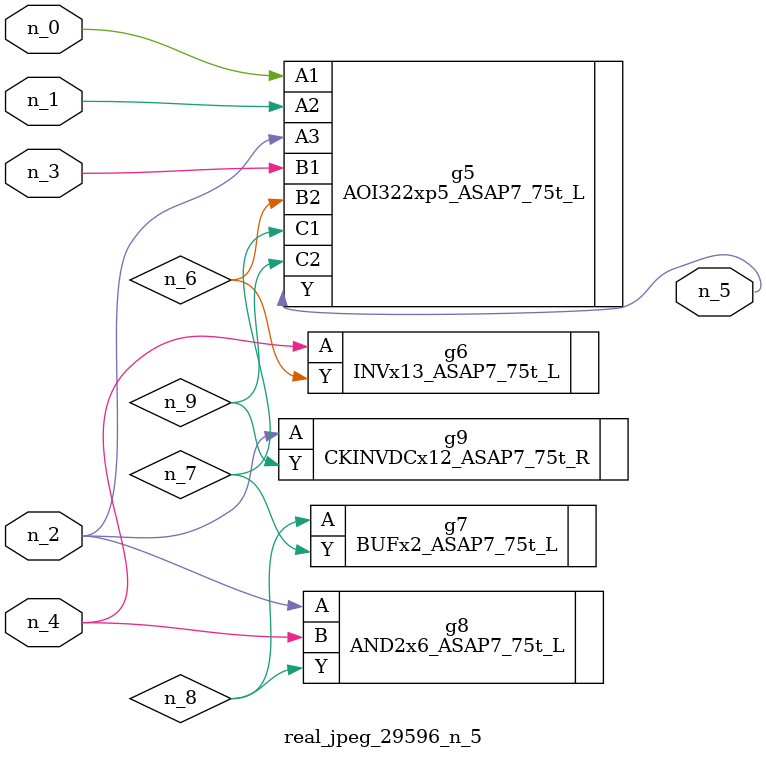
<source format=v>
module real_jpeg_29596_n_5 (n_4, n_0, n_1, n_2, n_3, n_5);

input n_4;
input n_0;
input n_1;
input n_2;
input n_3;

output n_5;

wire n_8;
wire n_6;
wire n_7;
wire n_9;

AOI322xp5_ASAP7_75t_L g5 ( 
.A1(n_0),
.A2(n_1),
.A3(n_2),
.B1(n_3),
.B2(n_6),
.C1(n_7),
.C2(n_9),
.Y(n_5)
);

AND2x6_ASAP7_75t_L g8 ( 
.A(n_2),
.B(n_4),
.Y(n_8)
);

CKINVDCx12_ASAP7_75t_R g9 ( 
.A(n_2),
.Y(n_9)
);

INVx13_ASAP7_75t_L g6 ( 
.A(n_4),
.Y(n_6)
);

BUFx2_ASAP7_75t_L g7 ( 
.A(n_8),
.Y(n_7)
);


endmodule
</source>
